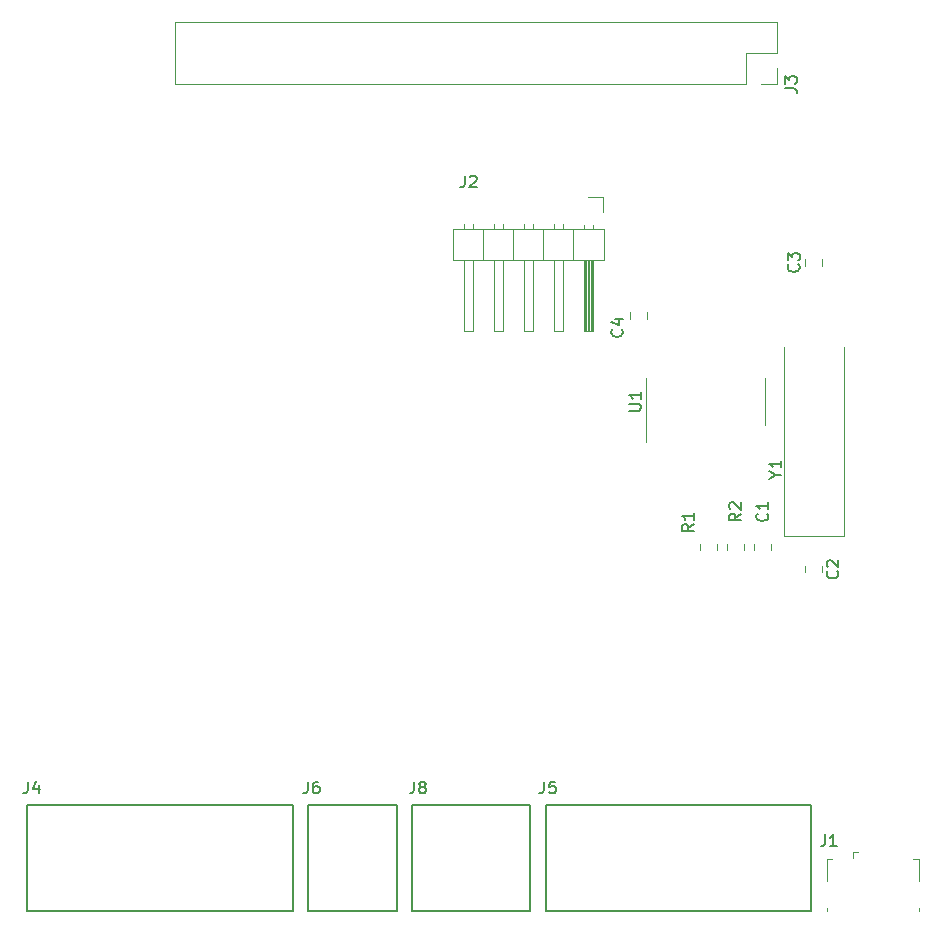
<source format=gbr>
%TF.GenerationSoftware,KiCad,Pcbnew,(5.1.2-1)-1*%
%TF.CreationDate,2019-08-17T10:29:18+10:00*%
%TF.ProjectId,GreengrassEntryHardware,47726565-6e67-4726-9173-73456e747279,v1.0*%
%TF.SameCoordinates,Original*%
%TF.FileFunction,Legend,Top*%
%TF.FilePolarity,Positive*%
%FSLAX46Y46*%
G04 Gerber Fmt 4.6, Leading zero omitted, Abs format (unit mm)*
G04 Created by KiCad (PCBNEW (5.1.2-1)-1) date 2019-08-17 10:29:18*
%MOMM*%
%LPD*%
G04 APERTURE LIST*
%ADD10C,0.120000*%
%ADD11C,0.150000*%
G04 APERTURE END LIST*
D10*
X163065000Y-88375000D02*
X163065000Y-91825000D01*
X163065000Y-88375000D02*
X163065000Y-86425000D01*
X173185000Y-88375000D02*
X173185000Y-90325000D01*
X173185000Y-88375000D02*
X173185000Y-86425000D01*
D11*
X110700000Y-122500000D02*
X133200000Y-122500000D01*
X110700000Y-131500000D02*
X133200000Y-131500000D01*
X110700000Y-122500000D02*
X110700000Y-131500000D01*
X133200000Y-122500000D02*
X133200000Y-131500000D01*
X154600000Y-122500000D02*
X177100000Y-122500000D01*
X154600000Y-131500000D02*
X177100000Y-131500000D01*
X154600000Y-122500000D02*
X154600000Y-131500000D01*
X177100000Y-122500000D02*
X177100000Y-131500000D01*
X134500000Y-122500000D02*
X134500000Y-131500000D01*
X142000000Y-122500000D02*
X142000000Y-131500000D01*
X134500000Y-131500000D02*
X142000000Y-131500000D01*
X134500000Y-122500000D02*
X142000000Y-122500000D01*
X143300000Y-122500000D02*
X153300000Y-122500000D01*
X143300000Y-131500000D02*
X153300000Y-131500000D01*
X143300000Y-122500000D02*
X143300000Y-131500000D01*
X153300000Y-122500000D02*
X153300000Y-131500000D01*
D10*
X171410000Y-100413748D02*
X171410000Y-100936252D01*
X169990000Y-100413748D02*
X169990000Y-100936252D01*
X172290000Y-100463748D02*
X172290000Y-100986252D01*
X173710000Y-100463748D02*
X173710000Y-100986252D01*
X167690000Y-100413748D02*
X167690000Y-100936252D01*
X169110000Y-100413748D02*
X169110000Y-100936252D01*
X174190000Y-60140000D02*
X174190000Y-61470000D01*
X174190000Y-61470000D02*
X172860000Y-61470000D01*
X174190000Y-58870000D02*
X171590000Y-58870000D01*
X171590000Y-58870000D02*
X171590000Y-61470000D01*
X171590000Y-61470000D02*
X123270000Y-61470000D01*
X123270000Y-56270000D02*
X123270000Y-61470000D01*
X174190000Y-56270000D02*
X123270000Y-56270000D01*
X174190000Y-56270000D02*
X174190000Y-58870000D01*
X176590000Y-102313748D02*
X176590000Y-102836252D01*
X178010000Y-102313748D02*
X178010000Y-102836252D01*
X176590000Y-76861252D02*
X176590000Y-76338748D01*
X178010000Y-76861252D02*
X178010000Y-76338748D01*
X163160000Y-81361252D02*
X163160000Y-80838748D01*
X161740000Y-81361252D02*
X161740000Y-80838748D01*
X174750000Y-83762500D02*
X174750000Y-99737500D01*
X174750000Y-99737500D02*
X179850000Y-99737500D01*
X179850000Y-99737500D02*
X179850000Y-83762500D01*
X159555000Y-73765000D02*
X146735000Y-73765000D01*
X146735000Y-73765000D02*
X146735000Y-76425000D01*
X146735000Y-76425000D02*
X159555000Y-76425000D01*
X159555000Y-76425000D02*
X159555000Y-73765000D01*
X158605000Y-76425000D02*
X158605000Y-82425000D01*
X158605000Y-82425000D02*
X157845000Y-82425000D01*
X157845000Y-82425000D02*
X157845000Y-76425000D01*
X158545000Y-76425000D02*
X158545000Y-82425000D01*
X158425000Y-76425000D02*
X158425000Y-82425000D01*
X158305000Y-76425000D02*
X158305000Y-82425000D01*
X158185000Y-76425000D02*
X158185000Y-82425000D01*
X158065000Y-76425000D02*
X158065000Y-82425000D01*
X157945000Y-76425000D02*
X157945000Y-82425000D01*
X158605000Y-73435000D02*
X158605000Y-73765000D01*
X157845000Y-73435000D02*
X157845000Y-73765000D01*
X156955000Y-73765000D02*
X156955000Y-76425000D01*
X156065000Y-76425000D02*
X156065000Y-82425000D01*
X156065000Y-82425000D02*
X155305000Y-82425000D01*
X155305000Y-82425000D02*
X155305000Y-76425000D01*
X156065000Y-73367929D02*
X156065000Y-73765000D01*
X155305000Y-73367929D02*
X155305000Y-73765000D01*
X154415000Y-73765000D02*
X154415000Y-76425000D01*
X153525000Y-76425000D02*
X153525000Y-82425000D01*
X153525000Y-82425000D02*
X152765000Y-82425000D01*
X152765000Y-82425000D02*
X152765000Y-76425000D01*
X153525000Y-73367929D02*
X153525000Y-73765000D01*
X152765000Y-73367929D02*
X152765000Y-73765000D01*
X151875000Y-73765000D02*
X151875000Y-76425000D01*
X150985000Y-76425000D02*
X150985000Y-82425000D01*
X150985000Y-82425000D02*
X150225000Y-82425000D01*
X150225000Y-82425000D02*
X150225000Y-76425000D01*
X150985000Y-73367929D02*
X150985000Y-73765000D01*
X150225000Y-73367929D02*
X150225000Y-73765000D01*
X149335000Y-73765000D02*
X149335000Y-76425000D01*
X148445000Y-76425000D02*
X148445000Y-82425000D01*
X148445000Y-82425000D02*
X147685000Y-82425000D01*
X147685000Y-82425000D02*
X147685000Y-76425000D01*
X148445000Y-73367929D02*
X148445000Y-73765000D01*
X147685000Y-73367929D02*
X147685000Y-73765000D01*
X158225000Y-71055000D02*
X159495000Y-71055000D01*
X159495000Y-71055000D02*
X159495000Y-72325000D01*
X178400000Y-127100000D02*
X178850000Y-127100000D01*
X178400000Y-128950000D02*
X178400000Y-127100000D01*
X186200000Y-131500000D02*
X186200000Y-131250000D01*
X178400000Y-131500000D02*
X178400000Y-131250000D01*
X186200000Y-128950000D02*
X186200000Y-127100000D01*
X186200000Y-127100000D02*
X185750000Y-127100000D01*
X180600000Y-126550000D02*
X181050000Y-126550000D01*
X180600000Y-126550000D02*
X180600000Y-127000000D01*
D11*
X161677380Y-89136904D02*
X162486904Y-89136904D01*
X162582142Y-89089285D01*
X162629761Y-89041666D01*
X162677380Y-88946428D01*
X162677380Y-88755952D01*
X162629761Y-88660714D01*
X162582142Y-88613095D01*
X162486904Y-88565476D01*
X161677380Y-88565476D01*
X162677380Y-87565476D02*
X162677380Y-88136904D01*
X162677380Y-87851190D02*
X161677380Y-87851190D01*
X161820238Y-87946428D01*
X161915476Y-88041666D01*
X161963095Y-88136904D01*
X110766666Y-120552380D02*
X110766666Y-121266666D01*
X110719047Y-121409523D01*
X110623809Y-121504761D01*
X110480952Y-121552380D01*
X110385714Y-121552380D01*
X111671428Y-120885714D02*
X111671428Y-121552380D01*
X111433333Y-120504761D02*
X111195238Y-121219047D01*
X111814285Y-121219047D01*
X154466666Y-120552380D02*
X154466666Y-121266666D01*
X154419047Y-121409523D01*
X154323809Y-121504761D01*
X154180952Y-121552380D01*
X154085714Y-121552380D01*
X155419047Y-120552380D02*
X154942857Y-120552380D01*
X154895238Y-121028571D01*
X154942857Y-120980952D01*
X155038095Y-120933333D01*
X155276190Y-120933333D01*
X155371428Y-120980952D01*
X155419047Y-121028571D01*
X155466666Y-121123809D01*
X155466666Y-121361904D01*
X155419047Y-121457142D01*
X155371428Y-121504761D01*
X155276190Y-121552380D01*
X155038095Y-121552380D01*
X154942857Y-121504761D01*
X154895238Y-121457142D01*
X134466666Y-120552380D02*
X134466666Y-121266666D01*
X134419047Y-121409523D01*
X134323809Y-121504761D01*
X134180952Y-121552380D01*
X134085714Y-121552380D01*
X135371428Y-120552380D02*
X135180952Y-120552380D01*
X135085714Y-120600000D01*
X135038095Y-120647619D01*
X134942857Y-120790476D01*
X134895238Y-120980952D01*
X134895238Y-121361904D01*
X134942857Y-121457142D01*
X134990476Y-121504761D01*
X135085714Y-121552380D01*
X135276190Y-121552380D01*
X135371428Y-121504761D01*
X135419047Y-121457142D01*
X135466666Y-121361904D01*
X135466666Y-121123809D01*
X135419047Y-121028571D01*
X135371428Y-120980952D01*
X135276190Y-120933333D01*
X135085714Y-120933333D01*
X134990476Y-120980952D01*
X134942857Y-121028571D01*
X134895238Y-121123809D01*
X143466666Y-120552380D02*
X143466666Y-121266666D01*
X143419047Y-121409523D01*
X143323809Y-121504761D01*
X143180952Y-121552380D01*
X143085714Y-121552380D01*
X144085714Y-120980952D02*
X143990476Y-120933333D01*
X143942857Y-120885714D01*
X143895238Y-120790476D01*
X143895238Y-120742857D01*
X143942857Y-120647619D01*
X143990476Y-120600000D01*
X144085714Y-120552380D01*
X144276190Y-120552380D01*
X144371428Y-120600000D01*
X144419047Y-120647619D01*
X144466666Y-120742857D01*
X144466666Y-120790476D01*
X144419047Y-120885714D01*
X144371428Y-120933333D01*
X144276190Y-120980952D01*
X144085714Y-120980952D01*
X143990476Y-121028571D01*
X143942857Y-121076190D01*
X143895238Y-121171428D01*
X143895238Y-121361904D01*
X143942857Y-121457142D01*
X143990476Y-121504761D01*
X144085714Y-121552380D01*
X144276190Y-121552380D01*
X144371428Y-121504761D01*
X144419047Y-121457142D01*
X144466666Y-121361904D01*
X144466666Y-121171428D01*
X144419047Y-121076190D01*
X144371428Y-121028571D01*
X144276190Y-120980952D01*
X171152380Y-97866666D02*
X170676190Y-98200000D01*
X171152380Y-98438095D02*
X170152380Y-98438095D01*
X170152380Y-98057142D01*
X170200000Y-97961904D01*
X170247619Y-97914285D01*
X170342857Y-97866666D01*
X170485714Y-97866666D01*
X170580952Y-97914285D01*
X170628571Y-97961904D01*
X170676190Y-98057142D01*
X170676190Y-98438095D01*
X170247619Y-97485714D02*
X170200000Y-97438095D01*
X170152380Y-97342857D01*
X170152380Y-97104761D01*
X170200000Y-97009523D01*
X170247619Y-96961904D01*
X170342857Y-96914285D01*
X170438095Y-96914285D01*
X170580952Y-96961904D01*
X171152380Y-97533333D01*
X171152380Y-96914285D01*
X173357142Y-97866666D02*
X173404761Y-97914285D01*
X173452380Y-98057142D01*
X173452380Y-98152380D01*
X173404761Y-98295238D01*
X173309523Y-98390476D01*
X173214285Y-98438095D01*
X173023809Y-98485714D01*
X172880952Y-98485714D01*
X172690476Y-98438095D01*
X172595238Y-98390476D01*
X172500000Y-98295238D01*
X172452380Y-98152380D01*
X172452380Y-98057142D01*
X172500000Y-97914285D01*
X172547619Y-97866666D01*
X173452380Y-96914285D02*
X173452380Y-97485714D01*
X173452380Y-97200000D02*
X172452380Y-97200000D01*
X172595238Y-97295238D01*
X172690476Y-97390476D01*
X172738095Y-97485714D01*
X167152380Y-98766666D02*
X166676190Y-99100000D01*
X167152380Y-99338095D02*
X166152380Y-99338095D01*
X166152380Y-98957142D01*
X166200000Y-98861904D01*
X166247619Y-98814285D01*
X166342857Y-98766666D01*
X166485714Y-98766666D01*
X166580952Y-98814285D01*
X166628571Y-98861904D01*
X166676190Y-98957142D01*
X166676190Y-99338095D01*
X167152380Y-97814285D02*
X167152380Y-98385714D01*
X167152380Y-98100000D02*
X166152380Y-98100000D01*
X166295238Y-98195238D01*
X166390476Y-98290476D01*
X166438095Y-98385714D01*
X174852380Y-61833333D02*
X175566666Y-61833333D01*
X175709523Y-61880952D01*
X175804761Y-61976190D01*
X175852380Y-62119047D01*
X175852380Y-62214285D01*
X174852380Y-61452380D02*
X174852380Y-60833333D01*
X175233333Y-61166666D01*
X175233333Y-61023809D01*
X175280952Y-60928571D01*
X175328571Y-60880952D01*
X175423809Y-60833333D01*
X175661904Y-60833333D01*
X175757142Y-60880952D01*
X175804761Y-60928571D01*
X175852380Y-61023809D01*
X175852380Y-61309523D01*
X175804761Y-61404761D01*
X175757142Y-61452380D01*
X179307142Y-102741666D02*
X179354761Y-102789285D01*
X179402380Y-102932142D01*
X179402380Y-103027380D01*
X179354761Y-103170238D01*
X179259523Y-103265476D01*
X179164285Y-103313095D01*
X178973809Y-103360714D01*
X178830952Y-103360714D01*
X178640476Y-103313095D01*
X178545238Y-103265476D01*
X178450000Y-103170238D01*
X178402380Y-103027380D01*
X178402380Y-102932142D01*
X178450000Y-102789285D01*
X178497619Y-102741666D01*
X178497619Y-102360714D02*
X178450000Y-102313095D01*
X178402380Y-102217857D01*
X178402380Y-101979761D01*
X178450000Y-101884523D01*
X178497619Y-101836904D01*
X178592857Y-101789285D01*
X178688095Y-101789285D01*
X178830952Y-101836904D01*
X179402380Y-102408333D01*
X179402380Y-101789285D01*
X176007142Y-76766666D02*
X176054761Y-76814285D01*
X176102380Y-76957142D01*
X176102380Y-77052380D01*
X176054761Y-77195238D01*
X175959523Y-77290476D01*
X175864285Y-77338095D01*
X175673809Y-77385714D01*
X175530952Y-77385714D01*
X175340476Y-77338095D01*
X175245238Y-77290476D01*
X175150000Y-77195238D01*
X175102380Y-77052380D01*
X175102380Y-76957142D01*
X175150000Y-76814285D01*
X175197619Y-76766666D01*
X175102380Y-76433333D02*
X175102380Y-75814285D01*
X175483333Y-76147619D01*
X175483333Y-76004761D01*
X175530952Y-75909523D01*
X175578571Y-75861904D01*
X175673809Y-75814285D01*
X175911904Y-75814285D01*
X176007142Y-75861904D01*
X176054761Y-75909523D01*
X176102380Y-76004761D01*
X176102380Y-76290476D01*
X176054761Y-76385714D01*
X176007142Y-76433333D01*
X161057142Y-82266666D02*
X161104761Y-82314285D01*
X161152380Y-82457142D01*
X161152380Y-82552380D01*
X161104761Y-82695238D01*
X161009523Y-82790476D01*
X160914285Y-82838095D01*
X160723809Y-82885714D01*
X160580952Y-82885714D01*
X160390476Y-82838095D01*
X160295238Y-82790476D01*
X160200000Y-82695238D01*
X160152380Y-82552380D01*
X160152380Y-82457142D01*
X160200000Y-82314285D01*
X160247619Y-82266666D01*
X160485714Y-81409523D02*
X161152380Y-81409523D01*
X160104761Y-81647619D02*
X160819047Y-81885714D01*
X160819047Y-81266666D01*
X174076190Y-94576190D02*
X174552380Y-94576190D01*
X173552380Y-94909523D02*
X174076190Y-94576190D01*
X173552380Y-94242857D01*
X174552380Y-93385714D02*
X174552380Y-93957142D01*
X174552380Y-93671428D02*
X173552380Y-93671428D01*
X173695238Y-93766666D01*
X173790476Y-93861904D01*
X173838095Y-93957142D01*
X147766666Y-69252380D02*
X147766666Y-69966666D01*
X147719047Y-70109523D01*
X147623809Y-70204761D01*
X147480952Y-70252380D01*
X147385714Y-70252380D01*
X148195238Y-69347619D02*
X148242857Y-69300000D01*
X148338095Y-69252380D01*
X148576190Y-69252380D01*
X148671428Y-69300000D01*
X148719047Y-69347619D01*
X148766666Y-69442857D01*
X148766666Y-69538095D01*
X148719047Y-69680952D01*
X148147619Y-70252380D01*
X148766666Y-70252380D01*
X178266666Y-125014880D02*
X178266666Y-125729166D01*
X178219047Y-125872023D01*
X178123809Y-125967261D01*
X177980952Y-126014880D01*
X177885714Y-126014880D01*
X179266666Y-126014880D02*
X178695238Y-126014880D01*
X178980952Y-126014880D02*
X178980952Y-125014880D01*
X178885714Y-125157738D01*
X178790476Y-125252976D01*
X178695238Y-125300595D01*
M02*

</source>
